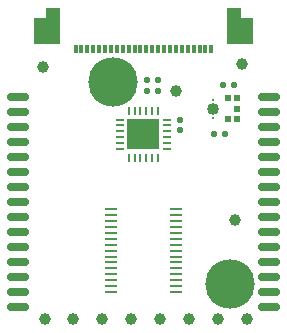
<source format=gbr>
%TF.GenerationSoftware,Altium Limited,Altium Designer,20.1.11 (218)*%
G04 Layer_Color=255*
%FSLAX26Y26*%
%MOIN*%
%TF.SameCoordinates,F1652399-7491-40A6-9504-01A14B245E9D*%
%TF.FilePolarity,Positive*%
%TF.FileFunction,Pads,Bot*%
%TF.Part,Single*%
G01*
G75*
%TA.AperFunction,SMDPad,CuDef*%
G04:AMPARAMS|DCode=14|XSize=22.047mil|YSize=20.079mil|CornerRadius=5.02mil|HoleSize=0mil|Usage=FLASHONLY|Rotation=180.000|XOffset=0mil|YOffset=0mil|HoleType=Round|Shape=RoundedRectangle|*
%AMROUNDEDRECTD14*
21,1,0.022047,0.010040,0,0,180.0*
21,1,0.012008,0.020079,0,0,180.0*
1,1,0.010039,-0.006004,0.005020*
1,1,0.010039,0.006004,0.005020*
1,1,0.010039,0.006004,-0.005020*
1,1,0.010039,-0.006004,-0.005020*
%
%ADD14ROUNDEDRECTD14*%
G04:AMPARAMS|DCode=21|XSize=22.047mil|YSize=20.079mil|CornerRadius=5.02mil|HoleSize=0mil|Usage=FLASHONLY|Rotation=90.000|XOffset=0mil|YOffset=0mil|HoleType=Round|Shape=RoundedRectangle|*
%AMROUNDEDRECTD21*
21,1,0.022047,0.010040,0,0,90.0*
21,1,0.012008,0.020079,0,0,90.0*
1,1,0.010039,0.005020,0.006004*
1,1,0.010039,0.005020,-0.006004*
1,1,0.010039,-0.005020,-0.006004*
1,1,0.010039,-0.005020,0.006004*
%
%ADD21ROUNDEDRECTD21*%
%ADD36C,0.039370*%
%TA.AperFunction,ComponentPad*%
%ADD62C,0.040000*%
%TA.AperFunction,ViaPad*%
%ADD64C,0.165000*%
%TA.AperFunction,SMDPad,CuDef*%
%ADD67R,0.043307X0.086614*%
%ADD68R,0.051181X0.120079*%
%ADD69R,0.011811X0.031496*%
%ADD70C,0.007874*%
%ADD71R,0.020551X0.023622*%
%ADD72R,0.031102X0.010236*%
%ADD73R,0.010236X0.031102*%
%ADD74R,0.106299X0.102362*%
G04:AMPARAMS|DCode=75|XSize=9.842mil|YSize=43.307mil|CornerRadius=2.461mil|HoleSize=0mil|Usage=FLASHONLY|Rotation=270.000|XOffset=0mil|YOffset=0mil|HoleType=Round|Shape=RoundedRectangle|*
%AMROUNDEDRECTD75*
21,1,0.009842,0.038386,0,0,270.0*
21,1,0.004921,0.043307,0,0,270.0*
1,1,0.004921,-0.019193,-0.002461*
1,1,0.004921,-0.019193,0.002461*
1,1,0.004921,0.019193,0.002461*
1,1,0.004921,0.019193,-0.002461*
%
%ADD75ROUNDEDRECTD75*%
%TA.AperFunction,ComponentPad*%
G04:AMPARAMS|DCode=78|XSize=25.591mil|YSize=70.866mil|CornerRadius=6.398mil|HoleSize=0mil|Usage=FLASHONLY|Rotation=270.000|XOffset=0mil|YOffset=0mil|HoleType=Round|Shape=RoundedRectangle|*
%AMROUNDEDRECTD78*
21,1,0.025591,0.058071,0,0,270.0*
21,1,0.012795,0.070866,0,0,270.0*
1,1,0.012795,-0.029035,-0.006398*
1,1,0.012795,-0.029035,0.006398*
1,1,0.012795,0.029035,0.006398*
1,1,0.012795,0.029035,-0.006398*
%
%ADD78ROUNDEDRECTD78*%
D14*
X469000Y808284D02*
D03*
Y843716D02*
D03*
X431000Y808284D02*
D03*
Y843716D02*
D03*
X542000Y712716D02*
D03*
Y677284D02*
D03*
D21*
X691141Y664048D02*
D03*
X655708D02*
D03*
X721141Y829048D02*
D03*
X685708D02*
D03*
D36*
X724424Y378018D02*
D03*
X86000Y889000D02*
D03*
X377948Y47248D02*
D03*
X185034D02*
D03*
X474404D02*
D03*
X281491D02*
D03*
X570861D02*
D03*
X763774D02*
D03*
X667317D02*
D03*
X529000Y808000D02*
D03*
X747000Y899000D02*
D03*
X90554Y47248D02*
D03*
D62*
X650473Y749058D02*
D03*
D64*
X708424Y164058D02*
D03*
X318424Y839058D02*
D03*
D67*
X763779Y1007875D02*
D03*
X74802D02*
D03*
D68*
X720472Y1024607D02*
D03*
X118109D02*
D03*
D69*
X645669Y948820D02*
D03*
X625984D02*
D03*
X606298D02*
D03*
X586613D02*
D03*
X566928D02*
D03*
X547243D02*
D03*
X527558D02*
D03*
X507873D02*
D03*
X488188D02*
D03*
X468503D02*
D03*
X448818D02*
D03*
X429133D02*
D03*
X409448D02*
D03*
X389763D02*
D03*
X370078D02*
D03*
X350393D02*
D03*
X330708D02*
D03*
X311023D02*
D03*
X291338D02*
D03*
X271653D02*
D03*
X251968D02*
D03*
X232283D02*
D03*
X212598D02*
D03*
X192913D02*
D03*
D70*
X650472Y719058D02*
D03*
X650473Y779058D02*
D03*
D71*
X732126Y713625D02*
D03*
Y784491D02*
D03*
X699764D02*
D03*
Y713625D02*
D03*
X732126Y749058D02*
D03*
D72*
X341733Y614173D02*
D03*
Y633859D02*
D03*
Y653543D02*
D03*
Y673229D02*
D03*
Y692913D02*
D03*
Y712599D02*
D03*
X496851D02*
D03*
Y692913D02*
D03*
Y673229D02*
D03*
Y653543D02*
D03*
Y633859D02*
D03*
Y614173D02*
D03*
D73*
X370079Y740945D02*
D03*
X389765D02*
D03*
X409449D02*
D03*
X429135D02*
D03*
X448819D02*
D03*
X468505D02*
D03*
Y585827D02*
D03*
X448819D02*
D03*
X429135D02*
D03*
X409449D02*
D03*
X389765D02*
D03*
X370079D02*
D03*
D74*
X419291Y663385D02*
D03*
D75*
X310828Y196852D02*
D03*
Y216536D02*
D03*
X527756Y196852D02*
D03*
Y216536D02*
D03*
X310828Y413386D02*
D03*
X527756D02*
D03*
Y393702D02*
D03*
X310828D02*
D03*
X527756Y374016D02*
D03*
X310828D02*
D03*
X527756Y354332D02*
D03*
X310828D02*
D03*
X527756Y334646D02*
D03*
X310828D02*
D03*
X527756Y314962D02*
D03*
X310828D02*
D03*
X527756Y295276D02*
D03*
X310828D02*
D03*
X527756Y275592D02*
D03*
X310828D02*
D03*
X527756Y255906D02*
D03*
X310828D02*
D03*
X527756Y236222D02*
D03*
X310828D02*
D03*
X527756Y177166D02*
D03*
X310828D02*
D03*
X527756Y157482D02*
D03*
X310828D02*
D03*
X527756Y137796D02*
D03*
X310828D02*
D03*
D78*
X0Y88190D02*
D03*
Y138190D02*
D03*
Y188190D02*
D03*
Y238190D02*
D03*
Y288190D02*
D03*
Y338190D02*
D03*
Y388190D02*
D03*
Y438190D02*
D03*
Y488190D02*
D03*
Y538190D02*
D03*
Y588190D02*
D03*
Y638190D02*
D03*
Y688190D02*
D03*
Y738190D02*
D03*
Y788190D02*
D03*
X838583Y88190D02*
D03*
Y138190D02*
D03*
Y188190D02*
D03*
Y238190D02*
D03*
Y288190D02*
D03*
Y338190D02*
D03*
Y388190D02*
D03*
Y438190D02*
D03*
Y488190D02*
D03*
Y538190D02*
D03*
Y588190D02*
D03*
Y638190D02*
D03*
Y688190D02*
D03*
Y738190D02*
D03*
Y788190D02*
D03*
%TF.MD5,ce52edc0efd77d4851cfdfdf8011ff42*%
M02*

</source>
